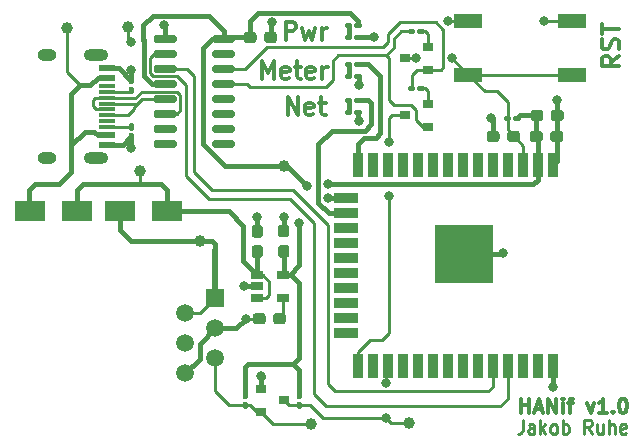
<source format=gtl>
%TF.GenerationSoftware,KiCad,Pcbnew,5.1.10-88a1d61d58~90~ubuntu20.04.1*%
%TF.CreationDate,2021-11-06T01:12:53+01:00*%
%TF.ProjectId,e-meter-usb-c,652d6d65-7465-4722-9d75-73622d632e6b,rev?*%
%TF.SameCoordinates,Original*%
%TF.FileFunction,Copper,L1,Top*%
%TF.FilePolarity,Positive*%
%FSLAX46Y46*%
G04 Gerber Fmt 4.6, Leading zero omitted, Abs format (unit mm)*
G04 Created by KiCad (PCBNEW 5.1.10-88a1d61d58~90~ubuntu20.04.1) date 2021-11-06 01:12:53*
%MOMM*%
%LPD*%
G01*
G04 APERTURE LIST*
%TA.AperFunction,NonConductor*%
%ADD10C,0.250000*%
%TD*%
%TA.AperFunction,NonConductor*%
%ADD11C,0.300000*%
%TD*%
%TA.AperFunction,SMDPad,CuDef*%
%ADD12R,1.060000X0.650000*%
%TD*%
%TA.AperFunction,SMDPad,CuDef*%
%ADD13R,0.900000X2.000000*%
%TD*%
%TA.AperFunction,SMDPad,CuDef*%
%ADD14R,2.000000X0.900000*%
%TD*%
%TA.AperFunction,SMDPad,CuDef*%
%ADD15R,5.000000X5.000000*%
%TD*%
%TA.AperFunction,SMDPad,CuDef*%
%ADD16C,1.000000*%
%TD*%
%TA.AperFunction,SMDPad,CuDef*%
%ADD17R,2.350000X1.300000*%
%TD*%
%TA.AperFunction,SMDPad,CuDef*%
%ADD18R,0.900000X0.800000*%
%TD*%
%TA.AperFunction,SMDPad,CuDef*%
%ADD19R,1.450000X0.600000*%
%TD*%
%TA.AperFunction,SMDPad,CuDef*%
%ADD20R,1.450000X0.300000*%
%TD*%
%TA.AperFunction,ComponentPad*%
%ADD21O,2.100000X1.000000*%
%TD*%
%TA.AperFunction,ComponentPad*%
%ADD22O,1.600000X1.000000*%
%TD*%
%TA.AperFunction,ComponentPad*%
%ADD23R,1.520000X1.520000*%
%TD*%
%TA.AperFunction,ComponentPad*%
%ADD24C,1.520000*%
%TD*%
%TA.AperFunction,SMDPad,CuDef*%
%ADD25R,2.500000X1.800000*%
%TD*%
%TA.AperFunction,ViaPad*%
%ADD26C,0.800000*%
%TD*%
%TA.AperFunction,Conductor*%
%ADD27C,0.400000*%
%TD*%
%TA.AperFunction,Conductor*%
%ADD28C,0.250000*%
%TD*%
%TA.AperFunction,Conductor*%
%ADD29C,0.500000*%
%TD*%
G04 APERTURE END LIST*
D10*
X150977333Y-61064857D02*
X150977333Y-61922000D01*
X150924952Y-62093428D01*
X150820190Y-62207714D01*
X150663047Y-62264857D01*
X150558285Y-62264857D01*
X151972571Y-62264857D02*
X151972571Y-61636285D01*
X151920190Y-61522000D01*
X151815428Y-61464857D01*
X151605904Y-61464857D01*
X151501142Y-61522000D01*
X151972571Y-62207714D02*
X151867809Y-62264857D01*
X151605904Y-62264857D01*
X151501142Y-62207714D01*
X151448761Y-62093428D01*
X151448761Y-61979142D01*
X151501142Y-61864857D01*
X151605904Y-61807714D01*
X151867809Y-61807714D01*
X151972571Y-61750571D01*
X152496380Y-62264857D02*
X152496380Y-61064857D01*
X152601142Y-61807714D02*
X152915428Y-62264857D01*
X152915428Y-61464857D02*
X152496380Y-61922000D01*
X153544000Y-62264857D02*
X153439238Y-62207714D01*
X153386857Y-62150571D01*
X153334476Y-62036285D01*
X153334476Y-61693428D01*
X153386857Y-61579142D01*
X153439238Y-61522000D01*
X153544000Y-61464857D01*
X153701142Y-61464857D01*
X153805904Y-61522000D01*
X153858285Y-61579142D01*
X153910666Y-61693428D01*
X153910666Y-62036285D01*
X153858285Y-62150571D01*
X153805904Y-62207714D01*
X153701142Y-62264857D01*
X153544000Y-62264857D01*
X154382095Y-62264857D02*
X154382095Y-61064857D01*
X154382095Y-61522000D02*
X154486857Y-61464857D01*
X154696380Y-61464857D01*
X154801142Y-61522000D01*
X154853523Y-61579142D01*
X154905904Y-61693428D01*
X154905904Y-62036285D01*
X154853523Y-62150571D01*
X154801142Y-62207714D01*
X154696380Y-62264857D01*
X154486857Y-62264857D01*
X154382095Y-62207714D01*
X156844000Y-62264857D02*
X156477333Y-61693428D01*
X156215428Y-62264857D02*
X156215428Y-61064857D01*
X156634476Y-61064857D01*
X156739238Y-61122000D01*
X156791619Y-61179142D01*
X156844000Y-61293428D01*
X156844000Y-61464857D01*
X156791619Y-61579142D01*
X156739238Y-61636285D01*
X156634476Y-61693428D01*
X156215428Y-61693428D01*
X157786857Y-61464857D02*
X157786857Y-62264857D01*
X157315428Y-61464857D02*
X157315428Y-62093428D01*
X157367809Y-62207714D01*
X157472571Y-62264857D01*
X157629714Y-62264857D01*
X157734476Y-62207714D01*
X157786857Y-62150571D01*
X158310666Y-62264857D02*
X158310666Y-61064857D01*
X158782095Y-62264857D02*
X158782095Y-61636285D01*
X158729714Y-61522000D01*
X158624952Y-61464857D01*
X158467809Y-61464857D01*
X158363047Y-61522000D01*
X158310666Y-61579142D01*
X159724952Y-62207714D02*
X159620190Y-62264857D01*
X159410666Y-62264857D01*
X159305904Y-62207714D01*
X159253523Y-62093428D01*
X159253523Y-61636285D01*
X159305904Y-61522000D01*
X159410666Y-61464857D01*
X159620190Y-61464857D01*
X159724952Y-61522000D01*
X159777333Y-61636285D01*
X159777333Y-61750571D01*
X159253523Y-61864857D01*
D11*
X159174571Y-30285428D02*
X158460285Y-30785428D01*
X159174571Y-31142571D02*
X157674571Y-31142571D01*
X157674571Y-30571142D01*
X157746000Y-30428285D01*
X157817428Y-30356857D01*
X157960285Y-30285428D01*
X158174571Y-30285428D01*
X158317428Y-30356857D01*
X158388857Y-30428285D01*
X158460285Y-30571142D01*
X158460285Y-31142571D01*
X159103142Y-29714000D02*
X159174571Y-29499714D01*
X159174571Y-29142571D01*
X159103142Y-28999714D01*
X159031714Y-28928285D01*
X158888857Y-28856857D01*
X158746000Y-28856857D01*
X158603142Y-28928285D01*
X158531714Y-28999714D01*
X158460285Y-29142571D01*
X158388857Y-29428285D01*
X158317428Y-29571142D01*
X158246000Y-29642571D01*
X158103142Y-29714000D01*
X157960285Y-29714000D01*
X157817428Y-29642571D01*
X157746000Y-29571142D01*
X157674571Y-29428285D01*
X157674571Y-29071142D01*
X157746000Y-28856857D01*
X157674571Y-28428285D02*
X157674571Y-27571142D01*
X159174571Y-27999714D02*
X157674571Y-27999714D01*
X150863857Y-60486857D02*
X150863857Y-59286857D01*
X150863857Y-59858285D02*
X151549571Y-59858285D01*
X151549571Y-60486857D02*
X151549571Y-59286857D01*
X152063857Y-60144000D02*
X152635285Y-60144000D01*
X151949571Y-60486857D02*
X152349571Y-59286857D01*
X152749571Y-60486857D01*
X153149571Y-60486857D02*
X153149571Y-59286857D01*
X153835285Y-60486857D01*
X153835285Y-59286857D01*
X154406714Y-60486857D02*
X154406714Y-59686857D01*
X154406714Y-59286857D02*
X154349571Y-59344000D01*
X154406714Y-59401142D01*
X154463857Y-59344000D01*
X154406714Y-59286857D01*
X154406714Y-59401142D01*
X154806714Y-59686857D02*
X155263857Y-59686857D01*
X154978142Y-60486857D02*
X154978142Y-59458285D01*
X155035285Y-59344000D01*
X155149571Y-59286857D01*
X155263857Y-59286857D01*
X156463857Y-59686857D02*
X156749571Y-60486857D01*
X157035285Y-59686857D01*
X158121000Y-60486857D02*
X157435285Y-60486857D01*
X157778142Y-60486857D02*
X157778142Y-59286857D01*
X157663857Y-59458285D01*
X157549571Y-59572571D01*
X157435285Y-59629714D01*
X158635285Y-60372571D02*
X158692428Y-60429714D01*
X158635285Y-60486857D01*
X158578142Y-60429714D01*
X158635285Y-60372571D01*
X158635285Y-60486857D01*
X159435285Y-59286857D02*
X159549571Y-59286857D01*
X159663857Y-59344000D01*
X159721000Y-59401142D01*
X159778142Y-59515428D01*
X159835285Y-59744000D01*
X159835285Y-60029714D01*
X159778142Y-60258285D01*
X159721000Y-60372571D01*
X159663857Y-60429714D01*
X159549571Y-60486857D01*
X159435285Y-60486857D01*
X159321000Y-60429714D01*
X159263857Y-60372571D01*
X159206714Y-60258285D01*
X159149571Y-60029714D01*
X159149571Y-59744000D01*
X159206714Y-59515428D01*
X159263857Y-59401142D01*
X159321000Y-59344000D01*
X159435285Y-59286857D01*
X131088000Y-35222571D02*
X131088000Y-33722571D01*
X131945142Y-35222571D01*
X131945142Y-33722571D01*
X133230857Y-35151142D02*
X133088000Y-35222571D01*
X132802285Y-35222571D01*
X132659428Y-35151142D01*
X132588000Y-35008285D01*
X132588000Y-34436857D01*
X132659428Y-34294000D01*
X132802285Y-34222571D01*
X133088000Y-34222571D01*
X133230857Y-34294000D01*
X133302285Y-34436857D01*
X133302285Y-34579714D01*
X132588000Y-34722571D01*
X133730857Y-34222571D02*
X134302285Y-34222571D01*
X133945142Y-33722571D02*
X133945142Y-35008285D01*
X134016571Y-35151142D01*
X134159428Y-35222571D01*
X134302285Y-35222571D01*
X128893428Y-32174571D02*
X128893428Y-30674571D01*
X129393428Y-31746000D01*
X129893428Y-30674571D01*
X129893428Y-32174571D01*
X131179142Y-32103142D02*
X131036285Y-32174571D01*
X130750571Y-32174571D01*
X130607714Y-32103142D01*
X130536285Y-31960285D01*
X130536285Y-31388857D01*
X130607714Y-31246000D01*
X130750571Y-31174571D01*
X131036285Y-31174571D01*
X131179142Y-31246000D01*
X131250571Y-31388857D01*
X131250571Y-31531714D01*
X130536285Y-31674571D01*
X131679142Y-31174571D02*
X132250571Y-31174571D01*
X131893428Y-30674571D02*
X131893428Y-31960285D01*
X131964857Y-32103142D01*
X132107714Y-32174571D01*
X132250571Y-32174571D01*
X133322000Y-32103142D02*
X133179142Y-32174571D01*
X132893428Y-32174571D01*
X132750571Y-32103142D01*
X132679142Y-31960285D01*
X132679142Y-31388857D01*
X132750571Y-31246000D01*
X132893428Y-31174571D01*
X133179142Y-31174571D01*
X133322000Y-31246000D01*
X133393428Y-31388857D01*
X133393428Y-31531714D01*
X132679142Y-31674571D01*
X134036285Y-32174571D02*
X134036285Y-31174571D01*
X134036285Y-31460285D02*
X134107714Y-31317428D01*
X134179142Y-31246000D01*
X134322000Y-31174571D01*
X134464857Y-31174571D01*
X130945142Y-28872571D02*
X130945142Y-27372571D01*
X131516571Y-27372571D01*
X131659428Y-27444000D01*
X131730857Y-27515428D01*
X131802285Y-27658285D01*
X131802285Y-27872571D01*
X131730857Y-28015428D01*
X131659428Y-28086857D01*
X131516571Y-28158285D01*
X130945142Y-28158285D01*
X132302285Y-27872571D02*
X132588000Y-28872571D01*
X132873714Y-28158285D01*
X133159428Y-28872571D01*
X133445142Y-27872571D01*
X134016571Y-28872571D02*
X134016571Y-27872571D01*
X134016571Y-28158285D02*
X134088000Y-28015428D01*
X134159428Y-27944000D01*
X134302285Y-27872571D01*
X134445142Y-27872571D01*
%TO.P,U4,16*%
%TO.N,+3V3*%
%TA.AperFunction,SMDPad,CuDef*%
G36*
G01*
X124690000Y-28979000D02*
X124690000Y-28679000D01*
G75*
G02*
X124840000Y-28529000I150000J0D01*
G01*
X126490000Y-28529000D01*
G75*
G02*
X126640000Y-28679000I0J-150000D01*
G01*
X126640000Y-28979000D01*
G75*
G02*
X126490000Y-29129000I-150000J0D01*
G01*
X124840000Y-29129000D01*
G75*
G02*
X124690000Y-28979000I0J150000D01*
G01*
G37*
%TD.AperFunction*%
%TO.P,U4,15*%
%TO.N,Net-(U4-Pad15)*%
%TA.AperFunction,SMDPad,CuDef*%
G36*
G01*
X124690000Y-30249000D02*
X124690000Y-29949000D01*
G75*
G02*
X124840000Y-29799000I150000J0D01*
G01*
X126490000Y-29799000D01*
G75*
G02*
X126640000Y-29949000I0J-150000D01*
G01*
X126640000Y-30249000D01*
G75*
G02*
X126490000Y-30399000I-150000J0D01*
G01*
X124840000Y-30399000D01*
G75*
G02*
X124690000Y-30249000I0J150000D01*
G01*
G37*
%TD.AperFunction*%
%TO.P,U4,14*%
%TO.N,/UART_RTS*%
%TA.AperFunction,SMDPad,CuDef*%
G36*
G01*
X124690000Y-31519000D02*
X124690000Y-31219000D01*
G75*
G02*
X124840000Y-31069000I150000J0D01*
G01*
X126490000Y-31069000D01*
G75*
G02*
X126640000Y-31219000I0J-150000D01*
G01*
X126640000Y-31519000D01*
G75*
G02*
X126490000Y-31669000I-150000J0D01*
G01*
X124840000Y-31669000D01*
G75*
G02*
X124690000Y-31519000I0J150000D01*
G01*
G37*
%TD.AperFunction*%
%TO.P,U4,13*%
%TO.N,/UART_DTR*%
%TA.AperFunction,SMDPad,CuDef*%
G36*
G01*
X124690000Y-32789000D02*
X124690000Y-32489000D01*
G75*
G02*
X124840000Y-32339000I150000J0D01*
G01*
X126490000Y-32339000D01*
G75*
G02*
X126640000Y-32489000I0J-150000D01*
G01*
X126640000Y-32789000D01*
G75*
G02*
X126490000Y-32939000I-150000J0D01*
G01*
X124840000Y-32939000D01*
G75*
G02*
X124690000Y-32789000I0J150000D01*
G01*
G37*
%TD.AperFunction*%
%TO.P,U4,12*%
%TO.N,Net-(U4-Pad12)*%
%TA.AperFunction,SMDPad,CuDef*%
G36*
G01*
X124690000Y-34059000D02*
X124690000Y-33759000D01*
G75*
G02*
X124840000Y-33609000I150000J0D01*
G01*
X126490000Y-33609000D01*
G75*
G02*
X126640000Y-33759000I0J-150000D01*
G01*
X126640000Y-34059000D01*
G75*
G02*
X126490000Y-34209000I-150000J0D01*
G01*
X124840000Y-34209000D01*
G75*
G02*
X124690000Y-34059000I0J150000D01*
G01*
G37*
%TD.AperFunction*%
%TO.P,U4,11*%
%TO.N,Net-(U4-Pad11)*%
%TA.AperFunction,SMDPad,CuDef*%
G36*
G01*
X124690000Y-35329000D02*
X124690000Y-35029000D01*
G75*
G02*
X124840000Y-34879000I150000J0D01*
G01*
X126490000Y-34879000D01*
G75*
G02*
X126640000Y-35029000I0J-150000D01*
G01*
X126640000Y-35329000D01*
G75*
G02*
X126490000Y-35479000I-150000J0D01*
G01*
X124840000Y-35479000D01*
G75*
G02*
X124690000Y-35329000I0J150000D01*
G01*
G37*
%TD.AperFunction*%
%TO.P,U4,10*%
%TO.N,Net-(U4-Pad10)*%
%TA.AperFunction,SMDPad,CuDef*%
G36*
G01*
X124690000Y-36599000D02*
X124690000Y-36299000D01*
G75*
G02*
X124840000Y-36149000I150000J0D01*
G01*
X126490000Y-36149000D01*
G75*
G02*
X126640000Y-36299000I0J-150000D01*
G01*
X126640000Y-36599000D01*
G75*
G02*
X126490000Y-36749000I-150000J0D01*
G01*
X124840000Y-36749000D01*
G75*
G02*
X124690000Y-36599000I0J150000D01*
G01*
G37*
%TD.AperFunction*%
%TO.P,U4,9*%
%TO.N,Net-(U4-Pad9)*%
%TA.AperFunction,SMDPad,CuDef*%
G36*
G01*
X124690000Y-37869000D02*
X124690000Y-37569000D01*
G75*
G02*
X124840000Y-37419000I150000J0D01*
G01*
X126490000Y-37419000D01*
G75*
G02*
X126640000Y-37569000I0J-150000D01*
G01*
X126640000Y-37869000D01*
G75*
G02*
X126490000Y-38019000I-150000J0D01*
G01*
X124840000Y-38019000D01*
G75*
G02*
X124690000Y-37869000I0J150000D01*
G01*
G37*
%TD.AperFunction*%
%TO.P,U4,8*%
%TO.N,Net-(U4-Pad8)*%
%TA.AperFunction,SMDPad,CuDef*%
G36*
G01*
X119740000Y-37869000D02*
X119740000Y-37569000D01*
G75*
G02*
X119890000Y-37419000I150000J0D01*
G01*
X121540000Y-37419000D01*
G75*
G02*
X121690000Y-37569000I0J-150000D01*
G01*
X121690000Y-37869000D01*
G75*
G02*
X121540000Y-38019000I-150000J0D01*
G01*
X119890000Y-38019000D01*
G75*
G02*
X119740000Y-37869000I0J150000D01*
G01*
G37*
%TD.AperFunction*%
%TO.P,U4,7*%
%TO.N,Net-(U4-Pad7)*%
%TA.AperFunction,SMDPad,CuDef*%
G36*
G01*
X119740000Y-36599000D02*
X119740000Y-36299000D01*
G75*
G02*
X119890000Y-36149000I150000J0D01*
G01*
X121540000Y-36149000D01*
G75*
G02*
X121690000Y-36299000I0J-150000D01*
G01*
X121690000Y-36599000D01*
G75*
G02*
X121540000Y-36749000I-150000J0D01*
G01*
X119890000Y-36749000D01*
G75*
G02*
X119740000Y-36599000I0J150000D01*
G01*
G37*
%TD.AperFunction*%
%TO.P,U4,6*%
%TO.N,/USB_D-*%
%TA.AperFunction,SMDPad,CuDef*%
G36*
G01*
X119740000Y-35329000D02*
X119740000Y-35029000D01*
G75*
G02*
X119890000Y-34879000I150000J0D01*
G01*
X121540000Y-34879000D01*
G75*
G02*
X121690000Y-35029000I0J-150000D01*
G01*
X121690000Y-35329000D01*
G75*
G02*
X121540000Y-35479000I-150000J0D01*
G01*
X119890000Y-35479000D01*
G75*
G02*
X119740000Y-35329000I0J150000D01*
G01*
G37*
%TD.AperFunction*%
%TO.P,U4,5*%
%TO.N,/USB_D+*%
%TA.AperFunction,SMDPad,CuDef*%
G36*
G01*
X119740000Y-34059000D02*
X119740000Y-33759000D01*
G75*
G02*
X119890000Y-33609000I150000J0D01*
G01*
X121540000Y-33609000D01*
G75*
G02*
X121690000Y-33759000I0J-150000D01*
G01*
X121690000Y-34059000D01*
G75*
G02*
X121540000Y-34209000I-150000J0D01*
G01*
X119890000Y-34209000D01*
G75*
G02*
X119740000Y-34059000I0J150000D01*
G01*
G37*
%TD.AperFunction*%
%TO.P,U4,4*%
%TO.N,+3V3*%
%TA.AperFunction,SMDPad,CuDef*%
G36*
G01*
X119740000Y-32789000D02*
X119740000Y-32489000D01*
G75*
G02*
X119890000Y-32339000I150000J0D01*
G01*
X121540000Y-32339000D01*
G75*
G02*
X121690000Y-32489000I0J-150000D01*
G01*
X121690000Y-32789000D01*
G75*
G02*
X121540000Y-32939000I-150000J0D01*
G01*
X119890000Y-32939000D01*
G75*
G02*
X119740000Y-32789000I0J150000D01*
G01*
G37*
%TD.AperFunction*%
%TO.P,U4,3*%
%TO.N,/ESP_FROM_UART*%
%TA.AperFunction,SMDPad,CuDef*%
G36*
G01*
X119740000Y-31519000D02*
X119740000Y-31219000D01*
G75*
G02*
X119890000Y-31069000I150000J0D01*
G01*
X121540000Y-31069000D01*
G75*
G02*
X121690000Y-31219000I0J-150000D01*
G01*
X121690000Y-31519000D01*
G75*
G02*
X121540000Y-31669000I-150000J0D01*
G01*
X119890000Y-31669000D01*
G75*
G02*
X119740000Y-31519000I0J150000D01*
G01*
G37*
%TD.AperFunction*%
%TO.P,U4,2*%
%TO.N,/ESP_TO_UART*%
%TA.AperFunction,SMDPad,CuDef*%
G36*
G01*
X119740000Y-30249000D02*
X119740000Y-29949000D01*
G75*
G02*
X119890000Y-29799000I150000J0D01*
G01*
X121540000Y-29799000D01*
G75*
G02*
X121690000Y-29949000I0J-150000D01*
G01*
X121690000Y-30249000D01*
G75*
G02*
X121540000Y-30399000I-150000J0D01*
G01*
X119890000Y-30399000D01*
G75*
G02*
X119740000Y-30249000I0J150000D01*
G01*
G37*
%TD.AperFunction*%
%TO.P,U4,1*%
%TO.N,GND*%
%TA.AperFunction,SMDPad,CuDef*%
G36*
G01*
X119740000Y-28979000D02*
X119740000Y-28679000D01*
G75*
G02*
X119890000Y-28529000I150000J0D01*
G01*
X121540000Y-28529000D01*
G75*
G02*
X121690000Y-28679000I0J-150000D01*
G01*
X121690000Y-28979000D01*
G75*
G02*
X121540000Y-29129000I-150000J0D01*
G01*
X119890000Y-29129000D01*
G75*
G02*
X119740000Y-28979000I0J150000D01*
G01*
G37*
%TD.AperFunction*%
%TD*%
D12*
%TO.P,U1,5*%
%TO.N,+3V3*%
X130703500Y-48834000D03*
%TO.P,U1,4*%
%TO.N,Net-(C2-Pad1)*%
X130703500Y-50734000D03*
%TO.P,U1,3*%
%TO.N,VCC*%
X128503500Y-50734000D03*
%TO.P,U1,2*%
%TO.N,GND*%
X128503500Y-49784000D03*
%TO.P,U1,1*%
%TO.N,VCC*%
X128503500Y-48834000D03*
%TD*%
D13*
%TO.P,U2,38*%
%TO.N,GND*%
X153543000Y-56506000D03*
%TO.P,U2,37*%
%TO.N,Net-(U2-Pad37)*%
X152273000Y-56506000D03*
%TO.P,U2,36*%
%TO.N,Net-(U2-Pad36)*%
X151003000Y-56506000D03*
%TO.P,U2,35*%
%TO.N,/ESP_TO_UART*%
X149733000Y-56506000D03*
%TO.P,U2,34*%
%TO.N,/ESP_FROM_UART*%
X148463000Y-56506000D03*
%TO.P,U2,33*%
%TO.N,Net-(U2-Pad33)*%
X147193000Y-56506000D03*
%TO.P,U2,32*%
%TO.N,Net-(U2-Pad32)*%
X145923000Y-56506000D03*
%TO.P,U2,31*%
%TO.N,Net-(U2-Pad31)*%
X144653000Y-56506000D03*
%TO.P,U2,30*%
%TO.N,Net-(U2-Pad30)*%
X143383000Y-56506000D03*
%TO.P,U2,29*%
%TO.N,Net-(U2-Pad29)*%
X142113000Y-56506000D03*
%TO.P,U2,28*%
%TO.N,Net-(U2-Pad28)*%
X140843000Y-56506000D03*
%TO.P,U2,27*%
%TO.N,/HAN_TO_ESP*%
X139573000Y-56506000D03*
%TO.P,U2,26*%
%TO.N,Net-(U2-Pad26)*%
X138303000Y-56506000D03*
%TO.P,U2,25*%
%TO.N,/ESP_IO0*%
X137033000Y-56506000D03*
D14*
%TO.P,U2,24*%
%TO.N,Net-(U2-Pad24)*%
X136033000Y-53721000D03*
%TO.P,U2,23*%
%TO.N,Net-(U2-Pad23)*%
X136033000Y-52451000D03*
%TO.P,U2,22*%
%TO.N,Net-(U2-Pad22)*%
X136033000Y-51181000D03*
%TO.P,U2,21*%
%TO.N,Net-(U2-Pad21)*%
X136033000Y-49911000D03*
%TO.P,U2,20*%
%TO.N,Net-(U2-Pad20)*%
X136033000Y-48641000D03*
%TO.P,U2,19*%
%TO.N,Net-(U2-Pad19)*%
X136033000Y-47371000D03*
%TO.P,U2,18*%
%TO.N,Net-(U2-Pad18)*%
X136033000Y-46101000D03*
%TO.P,U2,17*%
%TO.N,Net-(U2-Pad17)*%
X136033000Y-44831000D03*
%TO.P,U2,16*%
%TO.N,/NETWORK_LED*%
X136033000Y-43561000D03*
%TO.P,U2,15*%
%TO.N,GND*%
X136033000Y-42291000D03*
D13*
%TO.P,U2,14*%
%TO.N,/METER_LED*%
X137033000Y-39506000D03*
%TO.P,U2,13*%
%TO.N,Net-(U2-Pad13)*%
X138303000Y-39506000D03*
%TO.P,U2,12*%
%TO.N,Net-(U2-Pad12)*%
X139573000Y-39506000D03*
%TO.P,U2,11*%
%TO.N,Net-(U2-Pad11)*%
X140843000Y-39506000D03*
%TO.P,U2,10*%
%TO.N,Net-(U2-Pad10)*%
X142113000Y-39506000D03*
%TO.P,U2,9*%
%TO.N,Net-(U2-Pad9)*%
X143383000Y-39506000D03*
%TO.P,U2,8*%
%TO.N,Net-(U2-Pad8)*%
X144653000Y-39506000D03*
%TO.P,U2,7*%
%TO.N,Net-(U2-Pad7)*%
X145923000Y-39506000D03*
%TO.P,U2,6*%
%TO.N,Net-(U2-Pad6)*%
X147193000Y-39506000D03*
%TO.P,U2,5*%
%TO.N,Net-(U2-Pad5)*%
X148463000Y-39506000D03*
%TO.P,U2,4*%
%TO.N,Net-(U2-Pad4)*%
X149733000Y-39506000D03*
%TO.P,U2,3*%
%TO.N,/ESP_EN*%
X151003000Y-39506000D03*
%TO.P,U2,2*%
%TO.N,+3V3*%
X152273000Y-39506000D03*
%TO.P,U2,1*%
%TO.N,GND*%
X153543000Y-39506000D03*
D15*
%TO.P,U2,39*%
X146043000Y-47006000D03*
%TD*%
D16*
%TO.P,TP7,1*%
%TO.N,/HAN_TO_ESP*%
X141351000Y-61341000D03*
%TD*%
%TO.P,TP6,1*%
%TO.N,/HAN_DATA*%
X133096000Y-61468000D03*
%TD*%
%TO.P,TP5,1*%
%TO.N,+3V3*%
X130810000Y-39624000D03*
%TD*%
%TO.P,TP4,1*%
%TO.N,/USB_VBUS*%
X112395000Y-27940000D03*
%TD*%
%TO.P,TP3,1*%
%TO.N,/HAN_DATA_REQ*%
X123698000Y-45974000D03*
%TD*%
%TO.P,TP2,1*%
%TO.N,VCC*%
X118618000Y-40005000D03*
%TD*%
%TO.P,TP1,1*%
%TO.N,GND*%
X117602000Y-27813000D03*
%TD*%
D17*
%TO.P,SW1,2*%
%TO.N,GND*%
X146374000Y-31841000D03*
%TO.P,SW1,1*%
%TO.N,/ESP_EN*%
X146374000Y-27341000D03*
X155124000Y-27341000D03*
%TO.P,SW1,2*%
%TO.N,GND*%
X155124000Y-31841000D03*
%TD*%
%TO.P,R11,2*%
%TO.N,/NETWORK_LED*%
%TA.AperFunction,SMDPad,CuDef*%
G36*
G01*
X136742000Y-34136000D02*
X136742000Y-33936000D01*
G75*
G02*
X136842000Y-33836000I100000J0D01*
G01*
X137277000Y-33836000D01*
G75*
G02*
X137377000Y-33936000I0J-100000D01*
G01*
X137377000Y-34136000D01*
G75*
G02*
X137277000Y-34236000I-100000J0D01*
G01*
X136842000Y-34236000D01*
G75*
G02*
X136742000Y-34136000I0J100000D01*
G01*
G37*
%TD.AperFunction*%
%TO.P,R11,1*%
%TO.N,Net-(D5-Pad2)*%
%TA.AperFunction,SMDPad,CuDef*%
G36*
G01*
X135927000Y-34136000D02*
X135927000Y-33936000D01*
G75*
G02*
X136027000Y-33836000I100000J0D01*
G01*
X136462000Y-33836000D01*
G75*
G02*
X136562000Y-33936000I0J-100000D01*
G01*
X136562000Y-34136000D01*
G75*
G02*
X136462000Y-34236000I-100000J0D01*
G01*
X136027000Y-34236000D01*
G75*
G02*
X135927000Y-34136000I0J100000D01*
G01*
G37*
%TD.AperFunction*%
%TD*%
%TO.P,R10,2*%
%TO.N,+3V3*%
%TA.AperFunction,SMDPad,CuDef*%
G36*
G01*
X150204000Y-35660000D02*
X150204000Y-35460000D01*
G75*
G02*
X150304000Y-35360000I100000J0D01*
G01*
X150739000Y-35360000D01*
G75*
G02*
X150839000Y-35460000I0J-100000D01*
G01*
X150839000Y-35660000D01*
G75*
G02*
X150739000Y-35760000I-100000J0D01*
G01*
X150304000Y-35760000D01*
G75*
G02*
X150204000Y-35660000I0J100000D01*
G01*
G37*
%TD.AperFunction*%
%TO.P,R10,1*%
%TO.N,/ESP_EN*%
%TA.AperFunction,SMDPad,CuDef*%
G36*
G01*
X149389000Y-35660000D02*
X149389000Y-35460000D01*
G75*
G02*
X149489000Y-35360000I100000J0D01*
G01*
X149924000Y-35360000D01*
G75*
G02*
X150024000Y-35460000I0J-100000D01*
G01*
X150024000Y-35660000D01*
G75*
G02*
X149924000Y-35760000I-100000J0D01*
G01*
X149489000Y-35760000D01*
G75*
G02*
X149389000Y-35660000I0J100000D01*
G01*
G37*
%TD.AperFunction*%
%TD*%
%TO.P,R9,2*%
%TO.N,GND*%
%TA.AperFunction,SMDPad,CuDef*%
G36*
G01*
X117756000Y-36766500D02*
X117956000Y-36766500D01*
G75*
G02*
X118056000Y-36866500I0J-100000D01*
G01*
X118056000Y-37301500D01*
G75*
G02*
X117956000Y-37401500I-100000J0D01*
G01*
X117756000Y-37401500D01*
G75*
G02*
X117656000Y-37301500I0J100000D01*
G01*
X117656000Y-36866500D01*
G75*
G02*
X117756000Y-36766500I100000J0D01*
G01*
G37*
%TD.AperFunction*%
%TO.P,R9,1*%
%TO.N,Net-(J2-PadB5)*%
%TA.AperFunction,SMDPad,CuDef*%
G36*
G01*
X117756000Y-35951500D02*
X117956000Y-35951500D01*
G75*
G02*
X118056000Y-36051500I0J-100000D01*
G01*
X118056000Y-36486500D01*
G75*
G02*
X117956000Y-36586500I-100000J0D01*
G01*
X117756000Y-36586500D01*
G75*
G02*
X117656000Y-36486500I0J100000D01*
G01*
X117656000Y-36051500D01*
G75*
G02*
X117756000Y-35951500I100000J0D01*
G01*
G37*
%TD.AperFunction*%
%TD*%
%TO.P,R8,2*%
%TO.N,GND*%
%TA.AperFunction,SMDPad,CuDef*%
G36*
G01*
X117956000Y-32676000D02*
X117756000Y-32676000D01*
G75*
G02*
X117656000Y-32576000I0J100000D01*
G01*
X117656000Y-32141000D01*
G75*
G02*
X117756000Y-32041000I100000J0D01*
G01*
X117956000Y-32041000D01*
G75*
G02*
X118056000Y-32141000I0J-100000D01*
G01*
X118056000Y-32576000D01*
G75*
G02*
X117956000Y-32676000I-100000J0D01*
G01*
G37*
%TD.AperFunction*%
%TO.P,R8,1*%
%TO.N,Net-(J2-PadA5)*%
%TA.AperFunction,SMDPad,CuDef*%
G36*
G01*
X117956000Y-33491000D02*
X117756000Y-33491000D01*
G75*
G02*
X117656000Y-33391000I0J100000D01*
G01*
X117656000Y-32956000D01*
G75*
G02*
X117756000Y-32856000I100000J0D01*
G01*
X117956000Y-32856000D01*
G75*
G02*
X118056000Y-32956000I0J-100000D01*
G01*
X118056000Y-33391000D01*
G75*
G02*
X117956000Y-33491000I-100000J0D01*
G01*
G37*
%TD.AperFunction*%
%TD*%
%TO.P,R7,2*%
%TO.N,/METER_LED*%
%TA.AperFunction,SMDPad,CuDef*%
G36*
G01*
X136742000Y-31088000D02*
X136742000Y-30888000D01*
G75*
G02*
X136842000Y-30788000I100000J0D01*
G01*
X137277000Y-30788000D01*
G75*
G02*
X137377000Y-30888000I0J-100000D01*
G01*
X137377000Y-31088000D01*
G75*
G02*
X137277000Y-31188000I-100000J0D01*
G01*
X136842000Y-31188000D01*
G75*
G02*
X136742000Y-31088000I0J100000D01*
G01*
G37*
%TD.AperFunction*%
%TO.P,R7,1*%
%TO.N,Net-(D4-Pad2)*%
%TA.AperFunction,SMDPad,CuDef*%
G36*
G01*
X135927000Y-31088000D02*
X135927000Y-30888000D01*
G75*
G02*
X136027000Y-30788000I100000J0D01*
G01*
X136462000Y-30788000D01*
G75*
G02*
X136562000Y-30888000I0J-100000D01*
G01*
X136562000Y-31088000D01*
G75*
G02*
X136462000Y-31188000I-100000J0D01*
G01*
X136027000Y-31188000D01*
G75*
G02*
X135927000Y-31088000I0J100000D01*
G01*
G37*
%TD.AperFunction*%
%TD*%
%TO.P,R6,2*%
%TO.N,/UART_RTS*%
%TA.AperFunction,SMDPad,CuDef*%
G36*
G01*
X141896000Y-32920000D02*
X141896000Y-33120000D01*
G75*
G02*
X141796000Y-33220000I-100000J0D01*
G01*
X141361000Y-33220000D01*
G75*
G02*
X141261000Y-33120000I0J100000D01*
G01*
X141261000Y-32920000D01*
G75*
G02*
X141361000Y-32820000I100000J0D01*
G01*
X141796000Y-32820000D01*
G75*
G02*
X141896000Y-32920000I0J-100000D01*
G01*
G37*
%TD.AperFunction*%
%TO.P,R6,1*%
%TO.N,Net-(Q4-Pad2)*%
%TA.AperFunction,SMDPad,CuDef*%
G36*
G01*
X142711000Y-32920000D02*
X142711000Y-33120000D01*
G75*
G02*
X142611000Y-33220000I-100000J0D01*
G01*
X142176000Y-33220000D01*
G75*
G02*
X142076000Y-33120000I0J100000D01*
G01*
X142076000Y-32920000D01*
G75*
G02*
X142176000Y-32820000I100000J0D01*
G01*
X142611000Y-32820000D01*
G75*
G02*
X142711000Y-32920000I0J-100000D01*
G01*
G37*
%TD.AperFunction*%
%TD*%
%TO.P,R5,2*%
%TO.N,/UART_DTR*%
%TA.AperFunction,SMDPad,CuDef*%
G36*
G01*
X141896000Y-28094000D02*
X141896000Y-28294000D01*
G75*
G02*
X141796000Y-28394000I-100000J0D01*
G01*
X141361000Y-28394000D01*
G75*
G02*
X141261000Y-28294000I0J100000D01*
G01*
X141261000Y-28094000D01*
G75*
G02*
X141361000Y-27994000I100000J0D01*
G01*
X141796000Y-27994000D01*
G75*
G02*
X141896000Y-28094000I0J-100000D01*
G01*
G37*
%TD.AperFunction*%
%TO.P,R5,1*%
%TO.N,Net-(Q3-Pad2)*%
%TA.AperFunction,SMDPad,CuDef*%
G36*
G01*
X142711000Y-28094000D02*
X142711000Y-28294000D01*
G75*
G02*
X142611000Y-28394000I-100000J0D01*
G01*
X142176000Y-28394000D01*
G75*
G02*
X142076000Y-28294000I0J100000D01*
G01*
X142076000Y-28094000D01*
G75*
G02*
X142176000Y-27994000I100000J0D01*
G01*
X142611000Y-27994000D01*
G75*
G02*
X142711000Y-28094000I0J-100000D01*
G01*
G37*
%TD.AperFunction*%
%TD*%
%TO.P,R4,2*%
%TO.N,+3V3*%
%TA.AperFunction,SMDPad,CuDef*%
G36*
G01*
X132180000Y-59346000D02*
X131980000Y-59346000D01*
G75*
G02*
X131880000Y-59246000I0J100000D01*
G01*
X131880000Y-58811000D01*
G75*
G02*
X131980000Y-58711000I100000J0D01*
G01*
X132180000Y-58711000D01*
G75*
G02*
X132280000Y-58811000I0J-100000D01*
G01*
X132280000Y-59246000D01*
G75*
G02*
X132180000Y-59346000I-100000J0D01*
G01*
G37*
%TD.AperFunction*%
%TO.P,R4,1*%
%TO.N,/HAN_TO_ESP*%
%TA.AperFunction,SMDPad,CuDef*%
G36*
G01*
X132180000Y-60161000D02*
X131980000Y-60161000D01*
G75*
G02*
X131880000Y-60061000I0J100000D01*
G01*
X131880000Y-59626000D01*
G75*
G02*
X131980000Y-59526000I100000J0D01*
G01*
X132180000Y-59526000D01*
G75*
G02*
X132280000Y-59626000I0J-100000D01*
G01*
X132280000Y-60061000D01*
G75*
G02*
X132180000Y-60161000I-100000J0D01*
G01*
G37*
%TD.AperFunction*%
%TD*%
%TO.P,R3,2*%
%TO.N,+3V3*%
%TA.AperFunction,SMDPad,CuDef*%
G36*
G01*
X136742000Y-27786000D02*
X136742000Y-27586000D01*
G75*
G02*
X136842000Y-27486000I100000J0D01*
G01*
X137277000Y-27486000D01*
G75*
G02*
X137377000Y-27586000I0J-100000D01*
G01*
X137377000Y-27786000D01*
G75*
G02*
X137277000Y-27886000I-100000J0D01*
G01*
X136842000Y-27886000D01*
G75*
G02*
X136742000Y-27786000I0J100000D01*
G01*
G37*
%TD.AperFunction*%
%TO.P,R3,1*%
%TO.N,Net-(D3-Pad2)*%
%TA.AperFunction,SMDPad,CuDef*%
G36*
G01*
X135927000Y-27786000D02*
X135927000Y-27586000D01*
G75*
G02*
X136027000Y-27486000I100000J0D01*
G01*
X136462000Y-27486000D01*
G75*
G02*
X136562000Y-27586000I0J-100000D01*
G01*
X136562000Y-27786000D01*
G75*
G02*
X136462000Y-27886000I-100000J0D01*
G01*
X136027000Y-27886000D01*
G75*
G02*
X135927000Y-27786000I0J100000D01*
G01*
G37*
%TD.AperFunction*%
%TD*%
%TO.P,R2,2*%
%TO.N,/HAN_DATA*%
%TA.AperFunction,SMDPad,CuDef*%
G36*
G01*
X127408000Y-59526000D02*
X127608000Y-59526000D01*
G75*
G02*
X127708000Y-59626000I0J-100000D01*
G01*
X127708000Y-60061000D01*
G75*
G02*
X127608000Y-60161000I-100000J0D01*
G01*
X127408000Y-60161000D01*
G75*
G02*
X127308000Y-60061000I0J100000D01*
G01*
X127308000Y-59626000D01*
G75*
G02*
X127408000Y-59526000I100000J0D01*
G01*
G37*
%TD.AperFunction*%
%TO.P,R2,1*%
%TO.N,+3V3*%
%TA.AperFunction,SMDPad,CuDef*%
G36*
G01*
X127408000Y-58711000D02*
X127608000Y-58711000D01*
G75*
G02*
X127708000Y-58811000I0J-100000D01*
G01*
X127708000Y-59246000D01*
G75*
G02*
X127608000Y-59346000I-100000J0D01*
G01*
X127408000Y-59346000D01*
G75*
G02*
X127308000Y-59246000I0J100000D01*
G01*
X127308000Y-58811000D01*
G75*
G02*
X127408000Y-58711000I100000J0D01*
G01*
G37*
%TD.AperFunction*%
%TD*%
D18*
%TO.P,Q4,3*%
%TO.N,/ESP_IO0*%
X140986000Y-35306000D03*
%TO.P,Q4,2*%
%TO.N,Net-(Q4-Pad2)*%
X142986000Y-34356000D03*
%TO.P,Q4,1*%
%TO.N,/UART_DTR*%
X142986000Y-36256000D03*
%TD*%
%TO.P,Q3,3*%
%TO.N,/ESP_EN*%
X140986000Y-30480000D03*
%TO.P,Q3,2*%
%TO.N,Net-(Q3-Pad2)*%
X142986000Y-29530000D03*
%TO.P,Q3,1*%
%TO.N,/UART_RTS*%
X142986000Y-31430000D03*
%TD*%
%TO.P,Q1,3*%
%TO.N,/HAN_TO_ESP*%
X130794000Y-59436000D03*
%TO.P,Q1,2*%
%TO.N,/HAN_DATA*%
X128794000Y-60386000D03*
%TO.P,Q1,1*%
%TO.N,GND*%
X128794000Y-58486000D03*
%TD*%
D19*
%TO.P,J2,B1*%
%TO.N,GND*%
X115805000Y-37794000D03*
%TO.P,J2,A9*%
%TO.N,/USB_VBUS*%
X115805000Y-36994000D03*
%TO.P,J2,B9*%
X115805000Y-32094000D03*
%TO.P,J2,B12*%
%TO.N,GND*%
X115805000Y-31294000D03*
%TO.P,J2,A1*%
X115805000Y-31294000D03*
%TO.P,J2,A4*%
%TO.N,/USB_VBUS*%
X115805000Y-32094000D03*
%TO.P,J2,B4*%
X115805000Y-36994000D03*
%TO.P,J2,A12*%
%TO.N,GND*%
X115805000Y-37794000D03*
D20*
%TO.P,J2,B8*%
%TO.N,Net-(J2-PadB8)*%
X115805000Y-32794000D03*
%TO.P,J2,A5*%
%TO.N,Net-(J2-PadA5)*%
X115805000Y-33294000D03*
%TO.P,J2,B7*%
%TO.N,/USB_D-*%
X115805000Y-33794000D03*
%TO.P,J2,A7*%
X115805000Y-34794000D03*
%TO.P,J2,B6*%
%TO.N,/USB_D+*%
X115805000Y-35294000D03*
%TO.P,J2,A8*%
%TO.N,Net-(J2-PadA8)*%
X115805000Y-35794000D03*
%TO.P,J2,B5*%
%TO.N,Net-(J2-PadB5)*%
X115805000Y-36294000D03*
%TO.P,J2,A6*%
%TO.N,/USB_D+*%
X115805000Y-34294000D03*
D21*
%TO.P,J2,S1*%
%TO.N,Net-(J2-PadS1)*%
X114890000Y-38864000D03*
X114890000Y-30224000D03*
D22*
X110710000Y-30224000D03*
X110710000Y-38864000D03*
%TD*%
D23*
%TO.P,J1,1*%
%TO.N,/HAN_DATA_REQ*%
X124968000Y-50800000D03*
D24*
%TO.P,J1,2*%
X122428000Y-52070000D03*
%TO.P,J1,3*%
%TO.N,GND*%
X124968000Y-53340000D03*
%TO.P,J1,4*%
%TO.N,Net-(J1-Pad4)*%
X122428000Y-54610000D03*
%TO.P,J1,5*%
%TO.N,/HAN_DATA*%
X124968000Y-55880000D03*
%TO.P,J1,6*%
%TO.N,GND*%
X122428000Y-57150000D03*
%TD*%
%TO.P,D5,2*%
%TO.N,Net-(D5-Pad2)*%
%TA.AperFunction,SMDPad,CuDef*%
G36*
G01*
X136562000Y-34952000D02*
X136562000Y-35152000D01*
G75*
G02*
X136462000Y-35252000I-100000J0D01*
G01*
X136027000Y-35252000D01*
G75*
G02*
X135927000Y-35152000I0J100000D01*
G01*
X135927000Y-34952000D01*
G75*
G02*
X136027000Y-34852000I100000J0D01*
G01*
X136462000Y-34852000D01*
G75*
G02*
X136562000Y-34952000I0J-100000D01*
G01*
G37*
%TD.AperFunction*%
%TO.P,D5,1*%
%TO.N,GND*%
%TA.AperFunction,SMDPad,CuDef*%
G36*
G01*
X137377000Y-34952000D02*
X137377000Y-35152000D01*
G75*
G02*
X137277000Y-35252000I-100000J0D01*
G01*
X136842000Y-35252000D01*
G75*
G02*
X136742000Y-35152000I0J100000D01*
G01*
X136742000Y-34952000D01*
G75*
G02*
X136842000Y-34852000I100000J0D01*
G01*
X137277000Y-34852000D01*
G75*
G02*
X137377000Y-34952000I0J-100000D01*
G01*
G37*
%TD.AperFunction*%
%TD*%
%TO.P,D4,2*%
%TO.N,Net-(D4-Pad2)*%
%TA.AperFunction,SMDPad,CuDef*%
G36*
G01*
X136562000Y-31904000D02*
X136562000Y-32104000D01*
G75*
G02*
X136462000Y-32204000I-100000J0D01*
G01*
X136027000Y-32204000D01*
G75*
G02*
X135927000Y-32104000I0J100000D01*
G01*
X135927000Y-31904000D01*
G75*
G02*
X136027000Y-31804000I100000J0D01*
G01*
X136462000Y-31804000D01*
G75*
G02*
X136562000Y-31904000I0J-100000D01*
G01*
G37*
%TD.AperFunction*%
%TO.P,D4,1*%
%TO.N,GND*%
%TA.AperFunction,SMDPad,CuDef*%
G36*
G01*
X137377000Y-31904000D02*
X137377000Y-32104000D01*
G75*
G02*
X137277000Y-32204000I-100000J0D01*
G01*
X136842000Y-32204000D01*
G75*
G02*
X136742000Y-32104000I0J100000D01*
G01*
X136742000Y-31904000D01*
G75*
G02*
X136842000Y-31804000I100000J0D01*
G01*
X137277000Y-31804000D01*
G75*
G02*
X137377000Y-31904000I0J-100000D01*
G01*
G37*
%TD.AperFunction*%
%TD*%
%TO.P,D3,2*%
%TO.N,Net-(D3-Pad2)*%
%TA.AperFunction,SMDPad,CuDef*%
G36*
G01*
X136562000Y-28602000D02*
X136562000Y-28802000D01*
G75*
G02*
X136462000Y-28902000I-100000J0D01*
G01*
X136027000Y-28902000D01*
G75*
G02*
X135927000Y-28802000I0J100000D01*
G01*
X135927000Y-28602000D01*
G75*
G02*
X136027000Y-28502000I100000J0D01*
G01*
X136462000Y-28502000D01*
G75*
G02*
X136562000Y-28602000I0J-100000D01*
G01*
G37*
%TD.AperFunction*%
%TO.P,D3,1*%
%TO.N,GND*%
%TA.AperFunction,SMDPad,CuDef*%
G36*
G01*
X137377000Y-28602000D02*
X137377000Y-28802000D01*
G75*
G02*
X137277000Y-28902000I-100000J0D01*
G01*
X136842000Y-28902000D01*
G75*
G02*
X136742000Y-28802000I0J100000D01*
G01*
X136742000Y-28602000D01*
G75*
G02*
X136842000Y-28502000I100000J0D01*
G01*
X137277000Y-28502000D01*
G75*
G02*
X137377000Y-28602000I0J-100000D01*
G01*
G37*
%TD.AperFunction*%
%TD*%
D25*
%TO.P,D2,2*%
%TO.N,/USB_VBUS*%
X109284000Y-43434000D03*
%TO.P,D2,1*%
%TO.N,VCC*%
X113284000Y-43434000D03*
%TD*%
%TO.P,D1,2*%
%TO.N,/HAN_DATA_REQ*%
X116872000Y-43434000D03*
%TO.P,D1,1*%
%TO.N,VCC*%
X120872000Y-43434000D03*
%TD*%
%TO.P,C7,2*%
%TO.N,GND*%
%TA.AperFunction,SMDPad,CuDef*%
G36*
G01*
X149027000Y-36846500D02*
X149027000Y-37321500D01*
G75*
G02*
X148789500Y-37559000I-237500J0D01*
G01*
X148189500Y-37559000D01*
G75*
G02*
X147952000Y-37321500I0J237500D01*
G01*
X147952000Y-36846500D01*
G75*
G02*
X148189500Y-36609000I237500J0D01*
G01*
X148789500Y-36609000D01*
G75*
G02*
X149027000Y-36846500I0J-237500D01*
G01*
G37*
%TD.AperFunction*%
%TO.P,C7,1*%
%TO.N,/ESP_EN*%
%TA.AperFunction,SMDPad,CuDef*%
G36*
G01*
X150752000Y-36846500D02*
X150752000Y-37321500D01*
G75*
G02*
X150514500Y-37559000I-237500J0D01*
G01*
X149914500Y-37559000D01*
G75*
G02*
X149677000Y-37321500I0J237500D01*
G01*
X149677000Y-36846500D01*
G75*
G02*
X149914500Y-36609000I237500J0D01*
G01*
X150514500Y-36609000D01*
G75*
G02*
X150752000Y-36846500I0J-237500D01*
G01*
G37*
%TD.AperFunction*%
%TD*%
%TO.P,C6,2*%
%TO.N,+3V3*%
%TA.AperFunction,SMDPad,CuDef*%
G36*
G01*
X128453000Y-28464500D02*
X128453000Y-28939500D01*
G75*
G02*
X128215500Y-29177000I-237500J0D01*
G01*
X127615500Y-29177000D01*
G75*
G02*
X127378000Y-28939500I0J237500D01*
G01*
X127378000Y-28464500D01*
G75*
G02*
X127615500Y-28227000I237500J0D01*
G01*
X128215500Y-28227000D01*
G75*
G02*
X128453000Y-28464500I0J-237500D01*
G01*
G37*
%TD.AperFunction*%
%TO.P,C6,1*%
%TO.N,GND*%
%TA.AperFunction,SMDPad,CuDef*%
G36*
G01*
X130178000Y-28464500D02*
X130178000Y-28939500D01*
G75*
G02*
X129940500Y-29177000I-237500J0D01*
G01*
X129340500Y-29177000D01*
G75*
G02*
X129103000Y-28939500I0J237500D01*
G01*
X129103000Y-28464500D01*
G75*
G02*
X129340500Y-28227000I237500J0D01*
G01*
X129940500Y-28227000D01*
G75*
G02*
X130178000Y-28464500I0J-237500D01*
G01*
G37*
%TD.AperFunction*%
%TD*%
%TO.P,C5,2*%
%TO.N,GND*%
%TA.AperFunction,SMDPad,CuDef*%
G36*
G01*
X153386500Y-35543500D02*
X153386500Y-35068500D01*
G75*
G02*
X153624000Y-34831000I237500J0D01*
G01*
X154224000Y-34831000D01*
G75*
G02*
X154461500Y-35068500I0J-237500D01*
G01*
X154461500Y-35543500D01*
G75*
G02*
X154224000Y-35781000I-237500J0D01*
G01*
X153624000Y-35781000D01*
G75*
G02*
X153386500Y-35543500I0J237500D01*
G01*
G37*
%TD.AperFunction*%
%TO.P,C5,1*%
%TO.N,+3V3*%
%TA.AperFunction,SMDPad,CuDef*%
G36*
G01*
X151661500Y-35543500D02*
X151661500Y-35068500D01*
G75*
G02*
X151899000Y-34831000I237500J0D01*
G01*
X152499000Y-34831000D01*
G75*
G02*
X152736500Y-35068500I0J-237500D01*
G01*
X152736500Y-35543500D01*
G75*
G02*
X152499000Y-35781000I-237500J0D01*
G01*
X151899000Y-35781000D01*
G75*
G02*
X151661500Y-35543500I0J237500D01*
G01*
G37*
%TD.AperFunction*%
%TD*%
%TO.P,C4,2*%
%TO.N,GND*%
%TA.AperFunction,SMDPad,CuDef*%
G36*
G01*
X153333500Y-37321500D02*
X153333500Y-36846500D01*
G75*
G02*
X153571000Y-36609000I237500J0D01*
G01*
X154171000Y-36609000D01*
G75*
G02*
X154408500Y-36846500I0J-237500D01*
G01*
X154408500Y-37321500D01*
G75*
G02*
X154171000Y-37559000I-237500J0D01*
G01*
X153571000Y-37559000D01*
G75*
G02*
X153333500Y-37321500I0J237500D01*
G01*
G37*
%TD.AperFunction*%
%TO.P,C4,1*%
%TO.N,+3V3*%
%TA.AperFunction,SMDPad,CuDef*%
G36*
G01*
X151608500Y-37321500D02*
X151608500Y-36846500D01*
G75*
G02*
X151846000Y-36609000I237500J0D01*
G01*
X152446000Y-36609000D01*
G75*
G02*
X152683500Y-36846500I0J-237500D01*
G01*
X152683500Y-37321500D01*
G75*
G02*
X152446000Y-37559000I-237500J0D01*
G01*
X151846000Y-37559000D01*
G75*
G02*
X151608500Y-37321500I0J237500D01*
G01*
G37*
%TD.AperFunction*%
%TD*%
%TO.P,C3,2*%
%TO.N,GND*%
%TA.AperFunction,SMDPad,CuDef*%
G36*
G01*
X130984000Y-45622500D02*
X130509000Y-45622500D01*
G75*
G02*
X130271500Y-45385000I0J237500D01*
G01*
X130271500Y-44785000D01*
G75*
G02*
X130509000Y-44547500I237500J0D01*
G01*
X130984000Y-44547500D01*
G75*
G02*
X131221500Y-44785000I0J-237500D01*
G01*
X131221500Y-45385000D01*
G75*
G02*
X130984000Y-45622500I-237500J0D01*
G01*
G37*
%TD.AperFunction*%
%TO.P,C3,1*%
%TO.N,+3V3*%
%TA.AperFunction,SMDPad,CuDef*%
G36*
G01*
X130984000Y-47347500D02*
X130509000Y-47347500D01*
G75*
G02*
X130271500Y-47110000I0J237500D01*
G01*
X130271500Y-46510000D01*
G75*
G02*
X130509000Y-46272500I237500J0D01*
G01*
X130984000Y-46272500D01*
G75*
G02*
X131221500Y-46510000I0J-237500D01*
G01*
X131221500Y-47110000D01*
G75*
G02*
X130984000Y-47347500I-237500J0D01*
G01*
G37*
%TD.AperFunction*%
%TD*%
%TO.P,C2,2*%
%TO.N,GND*%
%TA.AperFunction,SMDPad,CuDef*%
G36*
G01*
X129215000Y-52277000D02*
X129215000Y-52752000D01*
G75*
G02*
X128977500Y-52989500I-237500J0D01*
G01*
X128377500Y-52989500D01*
G75*
G02*
X128140000Y-52752000I0J237500D01*
G01*
X128140000Y-52277000D01*
G75*
G02*
X128377500Y-52039500I237500J0D01*
G01*
X128977500Y-52039500D01*
G75*
G02*
X129215000Y-52277000I0J-237500D01*
G01*
G37*
%TD.AperFunction*%
%TO.P,C2,1*%
%TO.N,Net-(C2-Pad1)*%
%TA.AperFunction,SMDPad,CuDef*%
G36*
G01*
X130940000Y-52277000D02*
X130940000Y-52752000D01*
G75*
G02*
X130702500Y-52989500I-237500J0D01*
G01*
X130102500Y-52989500D01*
G75*
G02*
X129865000Y-52752000I0J237500D01*
G01*
X129865000Y-52277000D01*
G75*
G02*
X130102500Y-52039500I237500J0D01*
G01*
X130702500Y-52039500D01*
G75*
G02*
X130940000Y-52277000I0J-237500D01*
G01*
G37*
%TD.AperFunction*%
%TD*%
%TO.P,C1,2*%
%TO.N,GND*%
%TA.AperFunction,SMDPad,CuDef*%
G36*
G01*
X128761500Y-45649000D02*
X128286500Y-45649000D01*
G75*
G02*
X128049000Y-45411500I0J237500D01*
G01*
X128049000Y-44811500D01*
G75*
G02*
X128286500Y-44574000I237500J0D01*
G01*
X128761500Y-44574000D01*
G75*
G02*
X128999000Y-44811500I0J-237500D01*
G01*
X128999000Y-45411500D01*
G75*
G02*
X128761500Y-45649000I-237500J0D01*
G01*
G37*
%TD.AperFunction*%
%TO.P,C1,1*%
%TO.N,VCC*%
%TA.AperFunction,SMDPad,CuDef*%
G36*
G01*
X128761500Y-47374000D02*
X128286500Y-47374000D01*
G75*
G02*
X128049000Y-47136500I0J237500D01*
G01*
X128049000Y-46536500D01*
G75*
G02*
X128286500Y-46299000I237500J0D01*
G01*
X128761500Y-46299000D01*
G75*
G02*
X128999000Y-46536500I0J-237500D01*
G01*
X128999000Y-47136500D01*
G75*
G02*
X128761500Y-47374000I-237500J0D01*
G01*
G37*
%TD.AperFunction*%
%TD*%
D26*
%TO.N,GND*%
X134493000Y-42291000D03*
X128841500Y-57340500D03*
X137160000Y-32766000D03*
X137160000Y-35814000D03*
X153543000Y-58293000D03*
X153924000Y-34036000D03*
X149352000Y-46990000D03*
X148336000Y-35560000D03*
X117856000Y-31496000D03*
X117856000Y-38100000D03*
X129794000Y-27432000D03*
X120650000Y-27686000D03*
X138430000Y-28702000D03*
X117856000Y-29083000D03*
X127381000Y-49784000D03*
X127571500Y-52514500D03*
X128524000Y-43942000D03*
X130746500Y-43942000D03*
%TO.N,+3V3*%
X134492999Y-41148000D03*
X132080000Y-44450000D03*
X132715000Y-41275000D03*
%TO.N,/ESP_EN*%
X144653000Y-27305000D03*
X152817000Y-27341000D03*
X141986000Y-30480000D03*
X144997000Y-30480000D03*
%TO.N,/HAN_TO_ESP*%
X139446000Y-60960000D03*
X139446000Y-57949000D03*
%TO.N,/ESP_IO0*%
X139700000Y-37592000D03*
X139700000Y-42164000D03*
%TD*%
D27*
%TO.N,GND*%
X123638001Y-54669999D02*
X124968000Y-53340000D01*
X122428000Y-57150000D02*
X123638001Y-55939999D01*
X123638001Y-55939999D02*
X123638001Y-54669999D01*
X116791500Y-31294000D02*
X117856000Y-32358500D01*
X115805000Y-31294000D02*
X116791500Y-31294000D01*
X117146000Y-37794000D02*
X117856000Y-37084000D01*
X115805000Y-37794000D02*
X117146000Y-37794000D01*
X136033000Y-42291000D02*
X134493000Y-42291000D01*
X128794000Y-58486000D02*
X128794000Y-57642000D01*
X128994000Y-57442000D02*
X129032000Y-57442000D01*
X128794000Y-57642000D02*
X128994000Y-57442000D01*
X137059500Y-32004000D02*
X137160000Y-32004000D01*
X137160000Y-32004000D02*
X137160000Y-32766000D01*
X137059500Y-35713500D02*
X137160000Y-35814000D01*
X137059500Y-35052000D02*
X137059500Y-35713500D01*
X153543000Y-56506000D02*
X153543000Y-58293000D01*
X153871000Y-39178000D02*
X153543000Y-39506000D01*
X153871000Y-37084000D02*
X153871000Y-39178000D01*
X153871000Y-35359000D02*
X153924000Y-35306000D01*
X153871000Y-37084000D02*
X153871000Y-35359000D01*
X153924000Y-35306000D02*
X153924000Y-34036000D01*
X149336000Y-47006000D02*
X149352000Y-46990000D01*
X146043000Y-47006000D02*
X149336000Y-47006000D01*
X148489500Y-35713500D02*
X148336000Y-35560000D01*
X148489500Y-37084000D02*
X148489500Y-35713500D01*
D28*
X115805000Y-37794000D02*
X117296000Y-37794000D01*
D27*
X117856000Y-32358500D02*
X117856000Y-31496000D01*
X117856000Y-37084000D02*
X117856000Y-38100000D01*
X129640500Y-27585500D02*
X129794000Y-27432000D01*
X129640500Y-28702000D02*
X129640500Y-27585500D01*
X120715000Y-27751000D02*
X120650000Y-27686000D01*
X120715000Y-28829000D02*
X120715000Y-27751000D01*
D28*
X117602000Y-28829000D02*
X117856000Y-29083000D01*
X117602000Y-27813000D02*
X117602000Y-28829000D01*
D27*
X128503500Y-49784000D02*
X127381000Y-49784000D01*
D28*
X128677500Y-52514500D02*
X127571500Y-52514500D01*
D27*
X126746000Y-53340000D02*
X127571500Y-52514500D01*
X124968000Y-53340000D02*
X126746000Y-53340000D01*
X128524000Y-45111500D02*
X128524000Y-43942000D01*
X130746500Y-45085000D02*
X130746500Y-44005500D01*
X137059500Y-28702000D02*
X138430000Y-28702000D01*
%TO.N,+3V3*%
X127508000Y-56642000D02*
X127762000Y-56388000D01*
X127508000Y-59028500D02*
X127508000Y-56642000D01*
X132080000Y-56896000D02*
X131572000Y-56388000D01*
X132080000Y-59028500D02*
X132080000Y-56896000D01*
X152273000Y-37211000D02*
X152146000Y-37084000D01*
X152273000Y-39506000D02*
X152273000Y-37211000D01*
X152146000Y-35359000D02*
X152199000Y-35306000D01*
X152146000Y-37084000D02*
X152146000Y-35359000D01*
X150775500Y-35306000D02*
X150521500Y-35560000D01*
X152199000Y-35306000D02*
X150775500Y-35306000D01*
X152273000Y-39506000D02*
X152273000Y-40767000D01*
X152273000Y-40767000D02*
X151892000Y-41148000D01*
X151892000Y-41148000D02*
X134492999Y-41148000D01*
X131572000Y-56388000D02*
X132080000Y-55880000D01*
X125792000Y-28702000D02*
X125665000Y-28829000D01*
X127915500Y-28702000D02*
X125792000Y-28702000D01*
X127915500Y-28702000D02*
X127915500Y-27278500D01*
X128562001Y-26631999D02*
X136359999Y-26631999D01*
X127915500Y-27278500D02*
X128562001Y-26631999D01*
X137059500Y-27331500D02*
X137059500Y-27686000D01*
X136359999Y-26631999D02*
X137059500Y-27331500D01*
X119595756Y-32639000D02*
X120715000Y-32639000D01*
X118889980Y-31933224D02*
X119595756Y-32639000D01*
X118889980Y-28901186D02*
X118889980Y-31933224D01*
X118872000Y-28883206D02*
X118889980Y-28901186D01*
X119672001Y-26885999D02*
X118872000Y-27686000D01*
X118872000Y-27686000D02*
X118872000Y-28883206D01*
X124421999Y-26885999D02*
X119672001Y-26885999D01*
X125665000Y-28129000D02*
X124421999Y-26885999D01*
X125665000Y-28829000D02*
X125665000Y-28129000D01*
X123952000Y-29567000D02*
X124690000Y-28829000D01*
X123952000Y-37758834D02*
X123952000Y-29567000D01*
X125817166Y-39624000D02*
X123952000Y-37758834D01*
X124690000Y-28829000D02*
X125665000Y-28829000D01*
X127762000Y-56388000D02*
X131572000Y-56388000D01*
X130746500Y-48791000D02*
X130703500Y-48834000D01*
X130746500Y-46810000D02*
X130746500Y-48791000D01*
X131252000Y-48834000D02*
X130703500Y-48834000D01*
X132080000Y-48006000D02*
X131252000Y-48834000D01*
X132080000Y-44450000D02*
X132080000Y-48006000D01*
X130703500Y-48834000D02*
X131384000Y-48834000D01*
X132080000Y-49530000D02*
X132080000Y-55880000D01*
X131384000Y-48834000D02*
X132080000Y-49530000D01*
X125817166Y-39624000D02*
X130810000Y-39624000D01*
X131064000Y-39624000D02*
X130810000Y-39624000D01*
X132715000Y-41275000D02*
X131064000Y-39624000D01*
D28*
%TO.N,/ESP_EN*%
X144689000Y-27341000D02*
X144653000Y-27305000D01*
X146374000Y-27341000D02*
X144689000Y-27341000D01*
X155124000Y-27341000D02*
X152817000Y-27341000D01*
X151003000Y-37872500D02*
X150214500Y-37084000D01*
X151003000Y-39506000D02*
X151003000Y-37872500D01*
X149706500Y-36576000D02*
X150214500Y-37084000D01*
X149706500Y-35560000D02*
X149706500Y-36576000D01*
X140986000Y-30480000D02*
X141986000Y-30480000D01*
X145013000Y-30480000D02*
X146374000Y-31841000D01*
X144997000Y-30480000D02*
X145013000Y-30480000D01*
X155124000Y-31841000D02*
X146374000Y-31841000D01*
X146374000Y-31841000D02*
X146395000Y-31841000D01*
X146395000Y-31841000D02*
X147828000Y-33274000D01*
X147828000Y-33274000D02*
X148844000Y-33274000D01*
X149706500Y-34136500D02*
X149706500Y-35560000D01*
X148844000Y-33274000D02*
X149706500Y-34136500D01*
D29*
%TO.N,/HAN_DATA_REQ*%
X124968000Y-50800000D02*
X124968000Y-46736000D01*
D28*
X123698000Y-52070000D02*
X124968000Y-50800000D01*
X122428000Y-52070000D02*
X123698000Y-52070000D01*
D27*
X124968000Y-46736000D02*
X124968000Y-46228000D01*
X124714000Y-45974000D02*
X123698000Y-45974000D01*
X124968000Y-46228000D02*
X124714000Y-45974000D01*
X116872000Y-44990000D02*
X116872000Y-43434000D01*
X117856000Y-45974000D02*
X116872000Y-44990000D01*
X123698000Y-45974000D02*
X117856000Y-45974000D01*
%TO.N,/USB_VBUS*%
X114993002Y-36994000D02*
X115805000Y-36994000D01*
X109220000Y-43370000D02*
X109284000Y-43434000D01*
X109220000Y-41656000D02*
X109220000Y-43370000D01*
X109728000Y-41148000D02*
X109220000Y-41656000D01*
X111760000Y-41148000D02*
X109728000Y-41148000D01*
X112776000Y-40132000D02*
X111760000Y-41148000D01*
X113538000Y-32766000D02*
X112776000Y-33528000D01*
X114321002Y-32766000D02*
X113538000Y-32766000D01*
X114993002Y-32094000D02*
X114321002Y-32766000D01*
X115805000Y-32094000D02*
X114993002Y-32094000D01*
X113913001Y-36708999D02*
X112776000Y-37846000D01*
X114993002Y-36994000D02*
X114708001Y-36708999D01*
X112776000Y-37846000D02*
X112776000Y-40132000D01*
X114708001Y-36708999D02*
X113913001Y-36708999D01*
X112776000Y-33528000D02*
X112776000Y-37846000D01*
D28*
X112395000Y-31623000D02*
X113538000Y-32766000D01*
X112395000Y-27940000D02*
X112395000Y-31623000D01*
D27*
%TO.N,Net-(D3-Pad2)*%
X136244500Y-27686000D02*
X136244500Y-28702000D01*
%TO.N,Net-(D4-Pad2)*%
X136244500Y-30988000D02*
X136244500Y-32004000D01*
%TO.N,Net-(D5-Pad2)*%
X136244500Y-34036000D02*
X136244500Y-35052000D01*
D28*
%TO.N,/HAN_DATA*%
X128794000Y-60386000D02*
X128458000Y-60386000D01*
X127915500Y-59843500D02*
X127508000Y-59843500D01*
X128458000Y-60386000D02*
X127915500Y-59843500D01*
X127508000Y-59843500D02*
X126137500Y-59843500D01*
X124968000Y-58674000D02*
X124968000Y-55880000D01*
X126137500Y-59843500D02*
X124968000Y-58674000D01*
X129876000Y-61468000D02*
X128794000Y-60386000D01*
X133096000Y-61468000D02*
X129876000Y-61468000D01*
%TO.N,Net-(J2-PadA5)*%
X117735500Y-33294000D02*
X117856000Y-33173500D01*
X115805000Y-33294000D02*
X117735500Y-33294000D01*
%TO.N,/USB_D-*%
X122015010Y-34853990D02*
X121690000Y-35179000D01*
X122015010Y-33562242D02*
X122015010Y-34853990D01*
X121690000Y-35179000D02*
X120715000Y-35179000D01*
X121736758Y-33283990D02*
X122015010Y-33562242D01*
X118733600Y-33283990D02*
X121736758Y-33283990D01*
X118201580Y-33816010D02*
X118733600Y-33283990D01*
X117579952Y-33816010D02*
X118201580Y-33816010D01*
X117557942Y-33794000D02*
X117579952Y-33816010D01*
X115805000Y-33794000D02*
X117557942Y-33794000D01*
X115805000Y-33794000D02*
X114820000Y-33794000D01*
X114820000Y-33794000D02*
X114578000Y-34036000D01*
X114578000Y-34036000D02*
X114578000Y-34520000D01*
X114852000Y-34794000D02*
X115805000Y-34794000D01*
X114578000Y-34520000D02*
X114852000Y-34794000D01*
%TO.N,/USB_D+*%
X115805000Y-34294000D02*
X118360000Y-34294000D01*
X118745000Y-33909000D02*
X120715000Y-33909000D01*
X118360000Y-34294000D02*
X118745000Y-33909000D01*
X115805000Y-35294000D02*
X117590000Y-35294000D01*
X117590000Y-35294000D02*
X118086000Y-34798000D01*
X118086000Y-34568000D02*
X118360000Y-34294000D01*
X118086000Y-34798000D02*
X118086000Y-34568000D01*
%TO.N,Net-(J2-PadB5)*%
X115830000Y-36269000D02*
X115805000Y-36294000D01*
X117856000Y-36269000D02*
X115830000Y-36269000D01*
%TO.N,/HAN_TO_ESP*%
X131201500Y-59843500D02*
X132080000Y-59843500D01*
X130794000Y-59436000D02*
X131201500Y-59843500D01*
X132080000Y-59843500D02*
X132995500Y-59843500D01*
X134112000Y-60960000D02*
X139446000Y-60960000D01*
X132995500Y-59843500D02*
X134112000Y-60960000D01*
X139446000Y-56633000D02*
X139573000Y-56506000D01*
X139446000Y-57949000D02*
X139446000Y-56633000D01*
X139827000Y-61341000D02*
X139446000Y-60960000D01*
X141351000Y-61341000D02*
X139827000Y-61341000D01*
%TO.N,Net-(Q3-Pad2)*%
X142393500Y-28194000D02*
X142748000Y-28194000D01*
X142986000Y-28432000D02*
X142986000Y-29530000D01*
X142748000Y-28194000D02*
X142986000Y-28432000D01*
%TO.N,/UART_RTS*%
X142986000Y-31430000D02*
X142052000Y-31430000D01*
X141578500Y-31903500D02*
X141578500Y-33020000D01*
X142052000Y-31430000D02*
X141578500Y-31903500D01*
X143637000Y-27432000D02*
X144272000Y-28067000D01*
X140589000Y-27432000D02*
X143637000Y-27432000D01*
X144272000Y-31242000D02*
X144084000Y-31430000D01*
X139573000Y-28448000D02*
X140589000Y-27432000D01*
X144272000Y-28067000D02*
X144272000Y-31242000D01*
X139573000Y-29083000D02*
X139573000Y-28448000D01*
X144084000Y-31430000D02*
X142986000Y-31430000D01*
X139153990Y-29502010D02*
X139573000Y-29083000D01*
X129374990Y-29502010D02*
X139153990Y-29502010D01*
X127508000Y-31369000D02*
X129374990Y-29502010D01*
X125665000Y-31369000D02*
X127508000Y-31369000D01*
%TO.N,Net-(Q4-Pad2)*%
X142393500Y-33020000D02*
X142748000Y-33020000D01*
X142986000Y-33258000D02*
X142986000Y-34356000D01*
X142748000Y-33020000D02*
X142986000Y-33258000D01*
%TO.N,/UART_DTR*%
X140716000Y-28194000D02*
X141578500Y-28194000D01*
X140081000Y-28829000D02*
X140716000Y-28194000D01*
X140081000Y-29591000D02*
X140081000Y-28829000D01*
X139446000Y-30226000D02*
X140081000Y-29591000D01*
X134939867Y-30668133D02*
X135382000Y-30226000D01*
X135382000Y-30226000D02*
X139446000Y-30226000D01*
X134939867Y-32319133D02*
X134939867Y-30668133D01*
X134366000Y-32893000D02*
X134939867Y-32319133D01*
X127889000Y-32893000D02*
X134366000Y-32893000D01*
X127635000Y-32639000D02*
X127889000Y-32893000D01*
X125665000Y-32639000D02*
X127635000Y-32639000D01*
X139700000Y-30480000D02*
X139446000Y-30226000D01*
X139700000Y-34036000D02*
X139700000Y-30480000D01*
X141532002Y-34417000D02*
X140081000Y-34417000D01*
X141986000Y-34870998D02*
X141532002Y-34417000D01*
X141986000Y-35687000D02*
X141986000Y-34870998D01*
X140081000Y-34417000D02*
X139700000Y-34036000D01*
X142555000Y-36256000D02*
X141986000Y-35687000D01*
X142986000Y-36256000D02*
X142555000Y-36256000D01*
D27*
%TO.N,/METER_LED*%
X137922000Y-30988000D02*
X137059500Y-30988000D01*
X138938000Y-32004000D02*
X137922000Y-30988000D01*
X138553989Y-37214011D02*
X138938000Y-36830000D01*
X137537989Y-37214011D02*
X138553989Y-37214011D01*
X137033000Y-37719000D02*
X137537989Y-37214011D01*
X138938000Y-36830000D02*
X138938000Y-32004000D01*
X137033000Y-39506000D02*
X137033000Y-37719000D01*
%TO.N,/NETWORK_LED*%
X138176000Y-36068000D02*
X138176000Y-34290000D01*
X137629999Y-36614001D02*
X138176000Y-36068000D01*
X134835999Y-36614001D02*
X137629999Y-36614001D01*
X133692999Y-37757001D02*
X134835999Y-36614001D01*
X133692999Y-42675001D02*
X133692999Y-37757001D01*
X138176000Y-34290000D02*
X137922000Y-34036000D01*
X134578998Y-43561000D02*
X133692999Y-42675001D01*
X137922000Y-34036000D02*
X137059500Y-34036000D01*
X136033000Y-43561000D02*
X134578998Y-43561000D01*
D28*
%TO.N,/ESP_TO_UART*%
X134366000Y-59944000D02*
X133350000Y-58928000D01*
X149098000Y-59944000D02*
X134366000Y-59944000D01*
X133350000Y-58928000D02*
X133350000Y-44450000D01*
X149733000Y-56506000D02*
X149733000Y-59309000D01*
X124460000Y-42418000D02*
X122465020Y-40423020D01*
X133350000Y-44450000D02*
X131318000Y-42418000D01*
X131318000Y-42418000D02*
X124460000Y-42418000D01*
X122465020Y-40423020D02*
X122465020Y-32742252D01*
X122465020Y-32742252D02*
X121716778Y-31994010D01*
X121716778Y-31994010D02*
X119693242Y-31994010D01*
X119740000Y-30099000D02*
X120715000Y-30099000D01*
X149733000Y-59309000D02*
X149098000Y-59944000D01*
X119693242Y-31994010D02*
X119414990Y-31715758D01*
X119414990Y-30424010D02*
X119740000Y-30099000D01*
X119414990Y-31715758D02*
X119414990Y-30424010D01*
%TO.N,/ESP_FROM_UART*%
X123190000Y-40132000D02*
X123190000Y-32004000D01*
X124714000Y-41656000D02*
X123190000Y-40132000D01*
X131572000Y-41656000D02*
X124714000Y-41656000D01*
X134506001Y-44590001D02*
X131572000Y-41656000D01*
X123190000Y-32004000D02*
X122555000Y-31369000D01*
X135128000Y-58674000D02*
X134506001Y-58052001D01*
X134506001Y-58052001D02*
X134506001Y-44590001D01*
X148082000Y-58674000D02*
X135128000Y-58674000D01*
X122555000Y-31369000D02*
X120715000Y-31369000D01*
X148463000Y-58293000D02*
X148082000Y-58674000D01*
X148463000Y-56506000D02*
X148463000Y-58293000D01*
%TO.N,/ESP_IO0*%
X140986000Y-35306000D02*
X139954000Y-35306000D01*
X139954000Y-35306000D02*
X139700000Y-35560000D01*
X139700000Y-35560000D02*
X139700000Y-37592000D01*
X139065000Y-54356000D02*
X139700000Y-53721000D01*
X138049000Y-54356000D02*
X139065000Y-54356000D01*
X137033000Y-55372000D02*
X138049000Y-54356000D01*
X139700000Y-53086000D02*
X139700000Y-42164000D01*
X139700000Y-53721000D02*
X139700000Y-53086000D01*
X137033000Y-56506000D02*
X137033000Y-55372000D01*
%TO.N,Net-(C2-Pad1)*%
X130703500Y-52213500D02*
X130402500Y-52514500D01*
X130703500Y-50734000D02*
X130703500Y-52213500D01*
D27*
%TO.N,VCC*%
X113284000Y-43434000D02*
X113284000Y-41656000D01*
X113284000Y-41656000D02*
X113792000Y-41148000D01*
X120396000Y-41148000D02*
X120904000Y-41656000D01*
X120872000Y-41688000D02*
X120872000Y-43434000D01*
X120904000Y-41656000D02*
X120872000Y-41688000D01*
D28*
X118618000Y-40005000D02*
X118618000Y-41021000D01*
D27*
X118745000Y-41148000D02*
X120396000Y-41148000D01*
D28*
X118618000Y-41021000D02*
X118745000Y-41148000D01*
D27*
X113792000Y-41148000D02*
X118745000Y-41148000D01*
X127317500Y-47648000D02*
X128503500Y-48834000D01*
X127317500Y-44640500D02*
X127317500Y-47648000D01*
X126111000Y-43434000D02*
X127317500Y-44640500D01*
X120872000Y-43434000D02*
X126111000Y-43434000D01*
X128524000Y-48813500D02*
X128503500Y-48834000D01*
X128524000Y-46836500D02*
X128524000Y-48813500D01*
D28*
X129283500Y-50734000D02*
X129540000Y-50477500D01*
X128503500Y-50734000D02*
X129283500Y-50734000D01*
X128993502Y-48834000D02*
X128503500Y-48834000D01*
X129540000Y-49380498D02*
X128993502Y-48834000D01*
X129540000Y-50477500D02*
X129540000Y-49380498D01*
%TD*%
M02*

</source>
